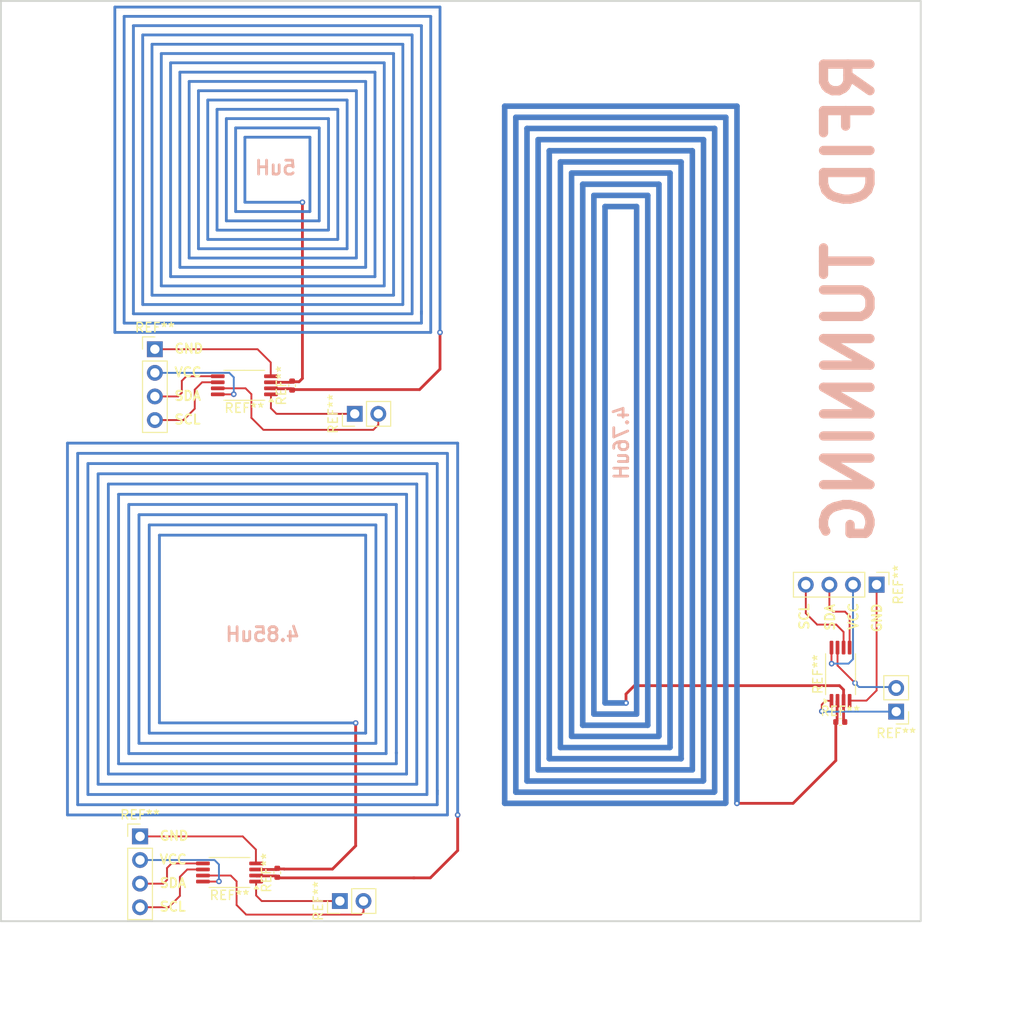
<source format=kicad_pcb>
(kicad_pcb (version 20240108) (generator "pcbnew") (generator_version "8.0")
  (layers (0 "F.Cu" signal) (31 "B.Cu" signal) (34 "B.Paste" user) (35 "F.Paste" user) (36 "B.SilkS" user "B.Silkscreen") (37 "F.SilkS" user "F.Silkscreen") (38 "B.Mask" user) (39 "F.Mask" user) (44 "Edge.Cuts" user))
  (net 0 "")
  (footprint "Package_SO:TSSOP-8_4.4x3mm_P0.65mm" (layer "F.Cu") (at 153.36 130.97 90)
    (property "Reference" "REF**" (at 0 -2.45 90) (layer "F.SilkS"))
    (property "Value" "TSSOP-8_4.4x3mm_P0.65mm")
    (fp_line (start 0 -1.61) (end 2.2 -1.61) (stroke (width 0.12)) (layer "F.SilkS"))
    (fp_line (start 0 -1.61) (end -2.2 -1.61) (stroke (width 0.12)) (layer "F.SilkS"))
    (fp_line (start 0 1.61) (end 2.2 1.61) (stroke (width 0.12)) (layer "F.SilkS"))
    (fp_line (start 0 1.61) (end -2.2 1.61) (stroke (width 0.12)) (layer "F.SilkS"))
    (fp_poly (pts (xy -2.9 -1.435) (xy -3.14 -1.765) (xy -2.66 -1.765) (xy -2.9 -1.435)) (stroke (width 0.12)) (fill solid) (layer "F.SilkS"))
    (pad "1" smd roundrect (at -2.8625 -0.975 90) (size 1.475 0.4) (layers "F.Cu" "F.Paste" "F.Mask"))
    (pad "2" smd roundrect (at -2.8625 -0.325 90) (size 1.475 0.4) (layers "F.Cu" "F.Paste" "F.Mask"))
    (pad "3" smd roundrect (at -2.8625 0.325 90) (size 1.475 0.4) (layers "F.Cu" "F.Paste" "F.Mask"))
    (pad "4" smd roundrect (at -2.8625 0.975 90) (size 1.475 0.4) (layers "F.Cu" "F.Paste" "F.Mask"))
    (pad "5" smd roundrect (at 2.8625 0.975 90) (size 1.475 0.4) (layers "F.Cu" "F.Paste" "F.Mask"))
    (pad "6" smd roundrect (at 2.8625 0.325 90) (size 1.475 0.4) (layers "F.Cu" "F.Paste" "F.Mask"))
    (pad "7" smd roundrect (at 2.8625 -0.325 90) (size 1.475 0.4) (layers "F.Cu" "F.Paste" "F.Mask"))
    (pad "8" smd roundrect (at 2.8625 -0.975 90) (size 1.475 0.4) (layers "F.Cu" "F.Paste" "F.Mask"))
  )
  (footprint "Capacitor_SMD:C_0402_1005Metric" (layer "F.Cu") (at 94.33 99.92 90)
    (property "Reference" "REF**" (at 0 -1.16 90) (layer "F.SilkS"))
    (property "Value" "C_0402_1005Metric")
    (fp_line (start -0.107836 -0.36) (end 0.107836 -0.36) (stroke (width 0.12)) (layer "F.SilkS"))
    (fp_line (start -0.107836 0.36) (end 0.107836 0.36) (stroke (width 0.12)) (layer "F.SilkS"))
    (pad "1" smd roundrect (at -0.48 0 90) (size 0.56 0.62) (layers "F.Cu" "F.Paste" "F.Mask"))
    (pad "2" smd roundrect (at 0.48 0 90) (size 0.56 0.62) (layers "F.Cu" "F.Paste" "F.Mask"))
  )
  (footprint "Capacitor_SMD:C_0402_1005Metric" (layer "F.Cu") (at 153.33 136.11)
    (property "Reference" "REF**" (at 0 -1.16 360) (layer "F.SilkS"))
    (property "Value" "C_0402_1005Metric")
    (fp_line (start -0.107836 -0.36) (end 0.107836 -0.36) (stroke (width 0.12)) (layer "F.SilkS"))
    (fp_line (start -0.107836 0.36) (end 0.107836 0.36) (stroke (width 0.12)) (layer "F.SilkS"))
    (pad "1" smd roundrect (at -0.48 0) (size 0.56 0.62) (layers "F.Cu" "F.Paste" "F.Mask"))
    (pad "2" smd roundrect (at 0.48 0) (size 0.56 0.62) (layers "F.Cu" "F.Paste" "F.Mask"))
  )
  (footprint "Connector_PinHeader_2.54mm:PinHeader_1x04_P2.54mm_Vertical" (layer "F.Cu") (at 157.24 121.34 -90)
    (property "Reference" "REF**" (at 0 -2.33 90) (layer "F.SilkS"))
    (property "Value" "PinHeader_1x04_P2.54mm_Vertical")
    (fp_line (start -1.33 8.95) (end 1.33 8.95) (stroke (width 0.12)) (layer "F.SilkS"))
    (fp_line (start -1.33 1.27) (end -1.33 8.95) (stroke (width 0.12)) (layer "F.SilkS"))
    (fp_line (start -1.33 1.27) (end 1.33 1.27) (stroke (width 0.12)) (layer "F.SilkS"))
    (fp_line (start 1.33 1.27) (end 1.33 8.95) (stroke (width 0.12)) (layer "F.SilkS"))
    (fp_line (start -1.33 0) (end -1.33 -1.33) (stroke (width 0.12)) (layer "F.SilkS"))
    (fp_line (start -1.33 -1.33) (end 0 -1.33) (stroke (width 0.12)) (layer "F.SilkS"))
    (pad "1" thru_hole rect (at 0 0 270) (size 1.7 1.7) (drill 1) (layers "*.Cu" "*.Mask" "In1.Cu" "In2.Cu" "In3.Cu" "In4.Cu" "In5.Cu" "In6.Cu" "In7.Cu" "In8.Cu" "In9.Cu" "In10.Cu" "In11.Cu" "In12.Cu" "In13.Cu" "In14.Cu" "In15.Cu" "In16.Cu" "In17.Cu" "In18.Cu" "In19.Cu" "In20.Cu" "In21.Cu" "In22.Cu" "In23.Cu" "In24.Cu" "In25.Cu" "In26.Cu" "In27.Cu" "In28.Cu" "In29.Cu" "In30.Cu"))
    (pad "2" thru_hole oval (at 0 2.54 270) (size 1.7 1.7) (drill 1) (layers "*.Cu" "*.Mask" "In1.Cu" "In2.Cu" "In3.Cu" "In4.Cu" "In5.Cu" "In6.Cu" "In7.Cu" "In8.Cu" "In9.Cu" "In10.Cu" "In11.Cu" "In12.Cu" "In13.Cu" "In14.Cu" "In15.Cu" "In16.Cu" "In17.Cu" "In18.Cu" "In19.Cu" "In20.Cu" "In21.Cu" "In22.Cu" "In23.Cu" "In24.Cu" "In25.Cu" "In26.Cu" "In27.Cu" "In28.Cu" "In29.Cu" "In30.Cu"))
    (pad "3" thru_hole oval (at 0 5.08 270) (size 1.7 1.7) (drill 1) (layers "*.Cu" "*.Mask" "In1.Cu" "In2.Cu" "In3.Cu" "In4.Cu" "In5.Cu" "In6.Cu" "In7.Cu" "In8.Cu" "In9.Cu" "In10.Cu" "In11.Cu" "In12.Cu" "In13.Cu" "In14.Cu" "In15.Cu" "In16.Cu" "In17.Cu" "In18.Cu" "In19.Cu" "In20.Cu" "In21.Cu" "In22.Cu" "In23.Cu" "In24.Cu" "In25.Cu" "In26.Cu" "In27.Cu" "In28.Cu" "In29.Cu" "In30.Cu"))
    (pad "4" thru_hole oval (at 0 7.62 270) (size 1.7 1.7) (drill 1) (layers "*.Cu" "*.Mask" "In1.Cu" "In2.Cu" "In3.Cu" "In4.Cu" "In5.Cu" "In6.Cu" "In7.Cu" "In8.Cu" "In9.Cu" "In10.Cu" "In11.Cu" "In12.Cu" "In13.Cu" "In14.Cu" "In15.Cu" "In16.Cu" "In17.Cu" "In18.Cu" "In19.Cu" "In20.Cu" "In21.Cu" "In22.Cu" "In23.Cu" "In24.Cu" "In25.Cu" "In26.Cu" "In27.Cu" "In28.Cu" "In29.Cu" "In30.Cu"))
  )
  (footprint "Connector_PinHeader_2.54mm:PinHeader_1x04_P2.54mm_Vertical" (layer "F.Cu") (at 79.56 96.01)
    (property "Reference" "REF**" (at 0 -2.33 0) (layer "F.SilkS"))
    (property "Value" "PinHeader_1x04_P2.54mm_Vertical")
    (fp_line (start -1.33 -1.33) (end 0 -1.33) (stroke (width 0.12)) (layer "F.SilkS"))
    (fp_line (start -1.33 0) (end -1.33 -1.33) (stroke (width 0.12)) (layer "F.SilkS"))
    (fp_line (start -1.33 1.27) (end -1.33 8.95) (stroke (width 0.12)) (layer "F.SilkS"))
    (fp_line (start -1.33 1.27) (end 1.33 1.27) (stroke (width 0.12)) (layer "F.SilkS"))
    (fp_line (start -1.33 8.95) (end 1.33 8.95) (stroke (width 0.12)) (layer "F.SilkS"))
    (fp_line (start 1.33 1.27) (end 1.33 8.95) (stroke (width 0.12)) (layer "F.SilkS"))
    (pad "1" thru_hole rect (at 0 0) (size 1.7 1.7) (drill 1) (layers "*.Cu" "*.Mask" "In1.Cu" "In2.Cu" "In3.Cu" "In4.Cu" "In5.Cu" "In6.Cu" "In7.Cu" "In8.Cu" "In9.Cu" "In10.Cu" "In11.Cu" "In12.Cu" "In13.Cu" "In14.Cu" "In15.Cu" "In16.Cu" "In17.Cu" "In18.Cu" "In19.Cu" "In20.Cu" "In21.Cu" "In22.Cu" "In23.Cu" "In24.Cu" "In25.Cu" "In26.Cu" "In27.Cu" "In28.Cu" "In29.Cu" "In30.Cu"))
    (pad "2" thru_hole oval (at 0 2.54) (size 1.7 1.7) (drill 1) (layers "*.Cu" "*.Mask" "In1.Cu" "In2.Cu" "In3.Cu" "In4.Cu" "In5.Cu" "In6.Cu" "In7.Cu" "In8.Cu" "In9.Cu" "In10.Cu" "In11.Cu" "In12.Cu" "In13.Cu" "In14.Cu" "In15.Cu" "In16.Cu" "In17.Cu" "In18.Cu" "In19.Cu" "In20.Cu" "In21.Cu" "In22.Cu" "In23.Cu" "In24.Cu" "In25.Cu" "In26.Cu" "In27.Cu" "In28.Cu" "In29.Cu" "In30.Cu"))
    (pad "3" thru_hole oval (at 0 5.08) (size 1.7 1.7) (drill 1) (layers "*.Cu" "*.Mask" "In1.Cu" "In2.Cu" "In3.Cu" "In4.Cu" "In5.Cu" "In6.Cu" "In7.Cu" "In8.Cu" "In9.Cu" "In10.Cu" "In11.Cu" "In12.Cu" "In13.Cu" "In14.Cu" "In15.Cu" "In16.Cu" "In17.Cu" "In18.Cu" "In19.Cu" "In20.Cu" "In21.Cu" "In22.Cu" "In23.Cu" "In24.Cu" "In25.Cu" "In26.Cu" "In27.Cu" "In28.Cu" "In29.Cu" "In30.Cu"))
    (pad "4" thru_hole oval (at 0 7.62) (size 1.7 1.7) (drill 1) (layers "*.Cu" "*.Mask" "In1.Cu" "In2.Cu" "In3.Cu" "In4.Cu" "In5.Cu" "In6.Cu" "In7.Cu" "In8.Cu" "In9.Cu" "In10.Cu" "In11.Cu" "In12.Cu" "In13.Cu" "In14.Cu" "In15.Cu" "In16.Cu" "In17.Cu" "In18.Cu" "In19.Cu" "In20.Cu" "In21.Cu" "In22.Cu" "In23.Cu" "In24.Cu" "In25.Cu" "In26.Cu" "In27.Cu" "In28.Cu" "In29.Cu" "In30.Cu"))
  )
  (footprint "Package_SO:TSSOP-8_4.4x3mm_P0.65mm" (layer "F.Cu") (at 87.595 152.3 180)
    (property "Reference" "REF**" (at 0 -2.45 0) (layer "F.SilkS"))
    (property "Value" "TSSOP-8_4.4x3mm_P0.65mm")
    (fp_line (start 0 1.61) (end 2.2 1.61) (stroke (width 0.12)) (layer "F.SilkS"))
    (fp_line (start 0 1.61) (end -2.2 1.61) (stroke (width 0.12)) (layer "F.SilkS"))
    (fp_line (start 0 -1.61) (end 2.2 -1.61) (stroke (width 0.12)) (layer "F.SilkS"))
    (fp_line (start 0 -1.61) (end -2.2 -1.61) (stroke (width 0.12)) (layer "F.SilkS"))
    (fp_poly (pts (xy -2.9 -1.435) (xy -3.14 -1.765) (xy -2.66 -1.765) (xy -2.9 -1.435)) (stroke (width 0.12)) (fill solid) (layer "F.SilkS"))
    (pad "1" smd roundrect (at -2.8625 -0.975 180) (size 1.475 0.4) (layers "F.Cu" "F.Paste" "F.Mask"))
    (pad "2" smd roundrect (at -2.8625 -0.325 180) (size 1.475 0.4) (layers "F.Cu" "F.Paste" "F.Mask"))
    (pad "3" smd roundrect (at -2.8625 0.325 180) (size 1.475 0.4) (layers "F.Cu" "F.Paste" "F.Mask"))
    (pad "4" smd roundrect (at -2.8625 0.975 180) (size 1.475 0.4) (layers "F.Cu" "F.Paste" "F.Mask"))
    (pad "5" smd roundrect (at 2.8625 0.975 180) (size 1.475 0.4) (layers "F.Cu" "F.Paste" "F.Mask"))
    (pad "6" smd roundrect (at 2.8625 0.325 180) (size 1.475 0.4) (layers "F.Cu" "F.Paste" "F.Mask"))
    (pad "7" smd roundrect (at 2.8625 -0.325 180) (size 1.475 0.4) (layers "F.Cu" "F.Paste" "F.Mask"))
    (pad "8" smd roundrect (at 2.8625 -0.975 180) (size 1.475 0.4) (layers "F.Cu" "F.Paste" "F.Mask"))
  )
  (footprint "Connector_PinHeader_2.54mm:PinHeader_1x02_P2.54mm_Vertical" (layer "F.Cu") (at 101.07 102.96 90)
    (property "Reference" "REF**" (at 0 -2.33 90) (layer "F.SilkS"))
    (property "Value" "PinHeader_1x02_P2.54mm_Vertical")
    (fp_line (start -1.33 -1.33) (end 0 -1.33) (stroke (width 0.12)) (layer "F.SilkS"))
    (fp_line (start -1.33 0) (end -1.33 -1.33) (stroke (width 0.12)) (layer "F.SilkS"))
    (fp_line (start 1.33 1.27) (end 1.33 3.87) (stroke (width 0.12)) (layer "F.SilkS"))
    (fp_line (start -1.33 1.27) (end 1.33 1.27) (stroke (width 0.12)) (layer "F.SilkS"))
    (fp_line (start -1.33 1.27) (end -1.33 3.87) (stroke (width 0.12)) (layer "F.SilkS"))
    (fp_line (start -1.33 3.87) (end 1.33 3.87) (stroke (width 0.12)) (layer "F.SilkS"))
    (pad "1" thru_hole rect (at 0 0 90) (size 1.7 1.7) (drill 1) (layers "*.Cu" "*.Mask" "In1.Cu" "In2.Cu" "In3.Cu" "In4.Cu" "In5.Cu" "In6.Cu" "In7.Cu" "In8.Cu" "In9.Cu" "In10.Cu" "In11.Cu" "In12.Cu" "In13.Cu" "In14.Cu" "In15.Cu" "In16.Cu" "In17.Cu" "In18.Cu" "In19.Cu" "In20.Cu" "In21.Cu" "In22.Cu" "In23.Cu" "In24.Cu" "In25.Cu" "In26.Cu" "In27.Cu" "In28.Cu" "In29.Cu" "In30.Cu"))
    (pad "2" thru_hole oval (at 0 2.54 90) (size 1.7 1.7) (drill 1) (layers "*.Cu" "*.Mask" "In1.Cu" "In2.Cu" "In3.Cu" "In4.Cu" "In5.Cu" "In6.Cu" "In7.Cu" "In8.Cu" "In9.Cu" "In10.Cu" "In11.Cu" "In12.Cu" "In13.Cu" "In14.Cu" "In15.Cu" "In16.Cu" "In17.Cu" "In18.Cu" "In19.Cu" "In20.Cu" "In21.Cu" "In22.Cu" "In23.Cu" "In24.Cu" "In25.Cu" "In26.Cu" "In27.Cu" "In28.Cu" "In29.Cu" "In30.Cu"))
  )
  (footprint "" (layer "F.Cu") (at 157.24 121.34 -90)
    (property "Reference" "" (at 0 0 90) (layer "F.SilkS") (effects (font (size 1.27 1.27))))
    (property "Value" "")
    (pad "1" thru_hole rect (at 0 0 270) (size 1.7 1.7) (drill 1) (layers "*.Cu" "*.Mask" "In1.Cu" "In2.Cu" "In3.Cu" "In4.Cu" "In5.Cu" "In6.Cu" "In7.Cu" "In8.Cu" "In9.Cu" "In10.Cu" "In11.Cu" "In12.Cu" "In13.Cu" "In14.Cu" "In15.Cu" "In16.Cu" "In17.Cu" "In18.Cu" "In19.Cu" "In20.Cu" "In21.Cu" "In22.Cu" "In23.Cu" "In24.Cu" "In25.Cu" "In26.Cu" "In27.Cu" "In28.Cu" "In29.Cu" "In30.Cu"))
  )
  (footprint "Connector_PinHeader_2.54mm:PinHeader_1x02_P2.54mm_Vertical" (layer "F.Cu") (at 159.35 134.995 180)
    (property "Reference" "REF**" (at 0 -2.33 360) (layer "F.SilkS"))
    (property "Value" "PinHeader_1x02_P2.54mm_Vertical")
    (fp_line (start 1.33 1.27) (end 1.33 3.87) (stroke (width 0.12)) (layer "F.SilkS"))
    (fp_line (start -1.33 3.87) (end 1.33 3.87) (stroke (width 0.12)) (layer "F.SilkS"))
    (fp_line (start -1.33 1.27) (end 1.33 1.27) (stroke (width 0.12)) (layer "F.SilkS"))
    (fp_line (start -1.33 1.27) (end -1.33 3.87) (stroke (width 0.12)) (layer "F.SilkS"))
    (fp_line (start -1.33 0) (end -1.33 -1.33) (stroke (width 0.12)) (layer "F.SilkS"))
    (fp_line (start -1.33 -1.33) (end 0 -1.33) (stroke (width 0.12)) (layer "F.SilkS"))
    (pad "1" thru_hole rect (at 0 0 180) (size 1.7 1.7) (drill 1) (layers "*.Cu" "*.Mask" "In1.Cu" "In2.Cu" "In3.Cu" "In4.Cu" "In5.Cu" "In6.Cu" "In7.Cu" "In8.Cu" "In9.Cu" "In10.Cu" "In11.Cu" "In12.Cu" "In13.Cu" "In14.Cu" "In15.Cu" "In16.Cu" "In17.Cu" "In18.Cu" "In19.Cu" "In20.Cu" "In21.Cu" "In22.Cu" "In23.Cu" "In24.Cu" "In25.Cu" "In26.Cu" "In27.Cu" "In28.Cu" "In29.Cu" "In30.Cu"))
    (pad "2" thru_hole oval (at 0 2.54 180) (size 1.7 1.7) (drill 1) (layers "*.Cu" "*.Mask" "In1.Cu" "In2.Cu" "In3.Cu" "In4.Cu" "In5.Cu" "In6.Cu" "In7.Cu" "In8.Cu" "In9.Cu" "In10.Cu" "In11.Cu" "In12.Cu" "In13.Cu" "In14.Cu" "In15.Cu" "In16.Cu" "In17.Cu" "In18.Cu" "In19.Cu" "In20.Cu" "In21.Cu" "In22.Cu" "In23.Cu" "In24.Cu" "In25.Cu" "In26.Cu" "In27.Cu" "In28.Cu" "In29.Cu" "In30.Cu"))
  )
  (footprint "Connector_PinHeader_2.54mm:PinHeader_1x02_P2.54mm_Vertical" (layer "F.Cu") (at 99.475 155.37 90)
    (property "Reference" "REF**" (at 0 -2.33 90) (layer "F.SilkS"))
    (property "Value" "PinHeader_1x02_P2.54mm_Vertical")
    (fp_line (start -1.33 -1.33) (end 0 -1.33) (stroke (width 0.12)) (layer "F.SilkS"))
    (fp_line (start -1.33 0) (end -1.33 -1.33) (stroke (width 0.12)) (layer "F.SilkS"))
    (fp_line (start 1.33 1.27) (end 1.33 3.87) (stroke (width 0.12)) (layer "F.SilkS"))
    (fp_line (start -1.33 1.27) (end 1.33 1.27) (stroke (width 0.12)) (layer "F.SilkS"))
    (fp_line (start -1.33 1.27) (end -1.33 3.87) (stroke (width 0.12)) (layer "F.SilkS"))
    (fp_line (start -1.33 3.87) (end 1.33 3.87) (stroke (width 0.12)) (layer "F.SilkS"))
    (pad "1" thru_hole rect (at 0 0 90) (size 1.7 1.7) (drill 1) (layers "*.Cu" "*.Mask" "In1.Cu" "In2.Cu" "In3.Cu" "In4.Cu" "In5.Cu" "In6.Cu" "In7.Cu" "In8.Cu" "In9.Cu" "In10.Cu" "In11.Cu" "In12.Cu" "In13.Cu" "In14.Cu" "In15.Cu" "In16.Cu" "In17.Cu" "In18.Cu" "In19.Cu" "In20.Cu" "In21.Cu" "In22.Cu" "In23.Cu" "In24.Cu" "In25.Cu" "In26.Cu" "In27.Cu" "In28.Cu" "In29.Cu" "In30.Cu"))
    (pad "2" thru_hole oval (at 0 2.54 90) (size 1.7 1.7) (drill 1) (layers "*.Cu" "*.Mask" "In1.Cu" "In2.Cu" "In3.Cu" "In4.Cu" "In5.Cu" "In6.Cu" "In7.Cu" "In8.Cu" "In9.Cu" "In10.Cu" "In11.Cu" "In12.Cu" "In13.Cu" "In14.Cu" "In15.Cu" "In16.Cu" "In17.Cu" "In18.Cu" "In19.Cu" "In20.Cu" "In21.Cu" "In22.Cu" "In23.Cu" "In24.Cu" "In25.Cu" "In26.Cu" "In27.Cu" "In28.Cu" "In29.Cu" "In30.Cu"))
  )
  (footprint "Connector_PinHeader_2.54mm:PinHeader_1x04_P2.54mm_Vertical" (layer "F.Cu") (at 77.965 148.42)
    (property "Reference" "REF**" (at 0 -2.33 0) (layer "F.SilkS"))
    (property "Value" "PinHeader_1x04_P2.54mm_Vertical")
    (fp_line (start -1.33 -1.33) (end 0 -1.33) (stroke (width 0.12)) (layer "F.SilkS"))
    (fp_line (start -1.33 0) (end -1.33 -1.33) (stroke (width 0.12)) (layer "F.SilkS"))
    (fp_line (start -1.33 1.27) (end -1.33 8.95) (stroke (width 0.12)) (layer "F.SilkS"))
    (fp_line (start -1.33 1.27) (end 1.33 1.27) (stroke (width 0.12)) (layer "F.SilkS"))
    (fp_line (start -1.33 8.95) (end 1.33 8.95) (stroke (width 0.12)) (layer "F.SilkS"))
    (fp_line (start 1.33 1.27) (end 1.33 8.95) (stroke (width 0.12)) (layer "F.SilkS"))
    (pad "1" thru_hole rect (at 0 0) (size 1.7 1.7) (drill 1) (layers "*.Cu" "*.Mask" "In1.Cu" "In2.Cu" "In3.Cu" "In4.Cu" "In5.Cu" "In6.Cu" "In7.Cu" "In8.Cu" "In9.Cu" "In10.Cu" "In11.Cu" "In12.Cu" "In13.Cu" "In14.Cu" "In15.Cu" "In16.Cu" "In17.Cu" "In18.Cu" "In19.Cu" "In20.Cu" "In21.Cu" "In22.Cu" "In23.Cu" "In24.Cu" "In25.Cu" "In26.Cu" "In27.Cu" "In28.Cu" "In29.Cu" "In30.Cu"))
    (pad "2" thru_hole oval (at 0 2.54) (size 1.7 1.7) (drill 1) (layers "*.Cu" "*.Mask" "In1.Cu" "In2.Cu" "In3.Cu" "In4.Cu" "In5.Cu" "In6.Cu" "In7.Cu" "In8.Cu" "In9.Cu" "In10.Cu" "In11.Cu" "In12.Cu" "In13.Cu" "In14.Cu" "In15.Cu" "In16.Cu" "In17.Cu" "In18.Cu" "In19.Cu" "In20.Cu" "In21.Cu" "In22.Cu" "In23.Cu" "In24.Cu" "In25.Cu" "In26.Cu" "In27.Cu" "In28.Cu" "In29.Cu" "In30.Cu"))
    (pad "3" thru_hole oval (at 0 5.08) (size 1.7 1.7) (drill 1) (layers "*.Cu" "*.Mask" "In1.Cu" "In2.Cu" "In3.Cu" "In4.Cu" "In5.Cu" "In6.Cu" "In7.Cu" "In8.Cu" "In9.Cu" "In10.Cu" "In11.Cu" "In12.Cu" "In13.Cu" "In14.Cu" "In15.Cu" "In16.Cu" "In17.Cu" "In18.Cu" "In19.Cu" "In20.Cu" "In21.Cu" "In22.Cu" "In23.Cu" "In24.Cu" "In25.Cu" "In26.Cu" "In27.Cu" "In28.Cu" "In29.Cu" "In30.Cu"))
    (pad "4" thru_hole oval (at 0 7.62) (size 1.7 1.7) (drill 1) (layers "*.Cu" "*.Mask" "In1.Cu" "In2.Cu" "In3.Cu" "In4.Cu" "In5.Cu" "In6.Cu" "In7.Cu" "In8.Cu" "In9.Cu" "In10.Cu" "In11.Cu" "In12.Cu" "In13.Cu" "In14.Cu" "In15.Cu" "In16.Cu" "In17.Cu" "In18.Cu" "In19.Cu" "In20.Cu" "In21.Cu" "In22.Cu" "In23.Cu" "In24.Cu" "In25.Cu" "In26.Cu" "In27.Cu" "In28.Cu" "In29.Cu" "In30.Cu"))
  )
  (footprint "" (layer "F.Cu") (at 77.965 148.42)
    (property "Reference" "" (at 0 0 0) (layer "F.SilkS") (effects (font (size 1.27 1.27))))
    (property "Value" "")
    (pad "1" thru_hole rect (at 0 0) (size 1.7 1.7) (drill 1) (layers "*.Cu" "*.Mask" "In1.Cu" "In2.Cu" "In3.Cu" "In4.Cu" "In5.Cu" "In6.Cu" "In7.Cu" "In8.Cu" "In9.Cu" "In10.Cu" "In11.Cu" "In12.Cu" "In13.Cu" "In14.Cu" "In15.Cu" "In16.Cu" "In17.Cu" "In18.Cu" "In19.Cu" "In20.Cu" "In21.Cu" "In22.Cu" "In23.Cu" "In24.Cu" "In25.Cu" "In26.Cu" "In27.Cu" "In28.Cu" "In29.Cu" "In30.Cu"))
  )
  (footprint "Package_SO:TSSOP-8_4.4x3mm_P0.65mm" (layer "F.Cu") (at 89.19 99.89 180)
    (property "Reference" "REF**" (at 0 -2.45 360) (layer "F.SilkS"))
    (property "Value" "TSSOP-8_4.4x3mm_P0.65mm")
    (fp_line (start 0 1.61) (end 2.2 1.61) (stroke (width 0.12)) (layer "F.SilkS"))
    (fp_line (start 0 1.61) (end -2.2 1.61) (stroke (width 0.12)) (layer "F.SilkS"))
    (fp_line (start 0 -1.61) (end 2.2 -1.61) (stroke (width 0.12)) (layer "F.SilkS"))
    (fp_line (start 0 -1.61) (end -2.2 -1.61) (stroke (width 0.12)) (layer "F.SilkS"))
    (fp_poly (pts (xy -2.9 -1.435) (xy -3.14 -1.765) (xy -2.66 -1.765) (xy -2.9 -1.435)) (stroke (width 0.12)) (fill solid) (layer "F.SilkS"))
    (pad "1" smd roundrect (at -2.8625 -0.975 180) (size 1.475 0.4) (layers "F.Cu" "F.Paste" "F.Mask"))
    (pad "2" smd roundrect (at -2.8625 -0.325 180) (size 1.475 0.4) (layers "F.Cu" "F.Paste" "F.Mask"))
    (pad "3" smd roundrect (at -2.8625 0.325 180) (size 1.475 0.4) (layers "F.Cu" "F.Paste" "F.Mask"))
    (pad "4" smd roundrect (at -2.8625 0.975 180) (size 1.475 0.4) (layers "F.Cu" "F.Paste" "F.Mask"))
    (pad "5" smd roundrect (at 2.8625 0.975 180) (size 1.475 0.4) (layers "F.Cu" "F.Paste" "F.Mask"))
    (pad "6" smd roundrect (at 2.8625 0.325 180) (size 1.475 0.4) (layers "F.Cu" "F.Paste" "F.Mask"))
    (pad "7" smd roundrect (at 2.8625 -0.325 180) (size 1.475 0.4) (layers "F.Cu" "F.Paste" "F.Mask"))
    (pad "8" smd roundrect (at 2.8625 -0.975 180) (size 1.475 0.4) (layers "F.Cu" "F.Paste" "F.Mask"))
  )
  (footprint "Capacitor_SMD:C_0402_1005Metric" (layer "F.Cu") (at 92.735 152.33 90)
    (property "Reference" "REF**" (at 0 -1.16 90) (layer "F.SilkS"))
    (property "Value" "C_0402_1005Metric")
    (fp_line (start -0.107836 -0.36) (end 0.107836 -0.36) (stroke (width 0.12)) (layer "F.SilkS"))
    (fp_line (start -0.107836 0.36) (end 0.107836 0.36) (stroke (width 0.12)) (layer "F.SilkS"))
    (pad "1" smd roundrect (at -0.48 0 90) (size 0.56 0.62) (layers "F.Cu" "F.Paste" "F.Mask"))
    (pad "2" smd roundrect (at 0.48 0 90) (size 0.56 0.62) (layers "F.Cu" "F.Paste" "F.Mask"))
  )
  (gr_rect (start 62.99 58.54) (end 161.99 157.54) (stroke (width 0.2)) (fill none) (layer "Edge.Cuts"))
  (gr_text "5uH" (at 94.92 77.37 -0) (layer "B.SilkS") (effects (font (size 1.5 1.5) (thickness 0.3) (bold yes)) (justify left bottom mirror)))
  (gr_text "RFID TUNNING" (at 157.19 63.49 90) (layer "B.SilkS") (effects (font (size 5 5) (thickness 1)) (justify left bottom mirror)))
  (gr_text "4.76uH\n" (at 130.65 101.89 90) (layer "B.SilkS") (effects (font (size 1.5 1.5) (thickness 0.3) (bold yes)) (justify left bottom mirror)))
  (gr_text "4.85uH\n" (at 95.32 127.56 -0) (layer "B.SilkS") (effects (font (size 1.5 1.5) (thickness 0.3) (bold yes)) (justify left bottom mirror)))
  (gr_text "SCL" (at 150.04 126.3 90) (layer "F.SilkS") (effects (font (size 1 1) (thickness 0.2) (bold yes)) (justify left bottom)))
  (gr_text "VCC\n" (at 81.56 99.07 0) (layer "F.SilkS") (effects (font (size 1 1) (thickness 0.2) (bold yes)) (justify left bottom)))
  (gr_text "GND" (at 157.86 126.57 90) (layer "F.SilkS") (effects (font (size 1 1) (thickness 0.2) (bold yes)) (justify left bottom)))
  (gr_text "GND" (at 81.56 96.53 0) (layer "F.SilkS") (effects (font (size 1 1) (thickness 0.2) (bold yes)) (justify left bottom)))
  (gr_text "GND" (at 79.965 148.94 0) (layer "F.SilkS") (effects (font (size 1 1) (thickness 0.2) (bold yes)) (justify left bottom)))
  (gr_text "SDA\n" (at 152.81 126.39 90) (layer "F.SilkS") (effects (font (size 1 1) (thickness 0.2) (bold yes)) (justify left bottom)))
  (gr_text "SDA\n" (at 79.965 154.02 0) (layer "F.SilkS") (effects (font (size 1 1) (thickness 0.2) (bold yes)) (justify left bottom)))
  (gr_text "SCL" (at 81.56 104.15 0) (layer "F.SilkS") (effects (font (size 1 1) (thickness 0.2) (bold yes)) (justify left bottom)))
  (gr_text "VCC\n" (at 79.965 151.48 0) (layer "F.SilkS") (effects (font (size 1 1) (thickness 0.2) (bold yes)) (justify left bottom)))
  (gr_text "SDA\n" (at 81.56 101.61 0) (layer "F.SilkS") (effects (font (size 1 1) (thickness 0.2) (bold yes)) (justify left bottom)))
  (gr_text "VCC\n" (at 155.33 126.3 90) (layer "F.SilkS") (effects (font (size 1 1) (thickness 0.2) (bold yes)) (justify left bottom)))
  (gr_text "SCL" (at 79.965 156.56 0) (layer "F.SilkS") (effects (font (size 1 1) (thickness 0.2) (bold yes)) (justify left bottom)))
  (segment (start 92.03 98.8925) (end 92.0525 98.915) (width 0.2) (layer "F.Cu") (net 0))
  (segment (start 94.38 100.35) (end 108.05 100.35) (width 0.3) (layer "F.Cu") (net 0))
  (segment (start 92.83 152.88) (end 107.51 152.88) (width 0.3) (layer "F.Cu") (net 0))
  (segment (start 82.955 98.915) (end 82.46 99.41) (width 0.2) (layer "F.Cu") (net 0))
  (segment (start 87.72 152.625) (end 88.355 153.26) (width 0.2) (layer "F.Cu") (net 0))
  (segment (start 93.465 151.92) (end 92.805 151.92) (width 0.3) (layer "F.Cu") (net 0))
  (segment (start 90.5025 152.67) (end 92.595 152.67) (width 0.3) (layer "F.Cu") (net 0))
  (segment (start 88.355 153.26) (end 88.355 155.8) (width 0.2) (layer "F.Cu") (net 0))
  (segment (start 86.3275 99.565) (end 84.645 99.565) (width 0.2) (layer "F.Cu") (net 0))
  (segment (start 93.485 151.92) (end 93.495 151.93) (width 0.3) (layer "F.Cu") (net 0))
  (segment (start 92.805 151.92) (end 92.735 151.85) (width 0.2) (layer "F.Cu") (net 0))
  (segment (start 90.4575 154.77) (end 90.4575 153.275) (width 0.2) (layer "F.Cu") (net 0))
  (segment (start 92.61 151.975) (end 92.735 151.85) (width 0.2) (layer "F.Cu") (net 0))
  (segment (start 82.46 100.69) (end 82.06 101.09) (width 0.2) (layer "F.Cu") (net 0))
  (segment (start 80.865 151.82) (end 80.865 153.1) (width 0.2) (layer "F.Cu") (net 0))
  (segment (start 84.7325 151.975) (end 83.05 151.975) (width 0.2) (layer "F.Cu") (net 0))
  (segment (start 83.05 151.975) (end 82.255 152.77) (width 0.2) (layer "F.Cu") (net 0))
  (segment (start 86.44 153.275) (end 86.455 153.26) (width 0.2) (layer "F.Cu") (net 0))
  (segment (start 89.015 148.42) (end 90.435 149.84) (width 0.2) (layer "F.Cu") (net 0))
  (segment (start 149.62 124.41) (end 149.62 121.34) (width 0.2) (layer "F.Cu") (net 0))
  (segment (start 82.255 154.82) (end 81.035 156.04) (width 0.2) (layer "F.Cu") (net 0))
  (segment (start 98.675 151.93) (end 101.025 149.58) (width 0.3) (layer "F.Cu") (net 0))
  (segment (start 95.08 99.51) (end 95.44 99.15) (width 0.3) (layer "F.Cu") (net 0))
  (segment (start 148.25 144.86) (end 142.21 144.86) (width 0.3) (layer "F.Cu") (net 0))
  (segment (start 89.95 103.39) (end 91.24 104.68) (width 0.2) (layer "F.Cu") (net 0))
  (segment (start 153.685 132.645) (end 153.24 132.2) (width 0.3) (layer "F.Cu") (net 0))
  (segment (start 79.56 96.01) (end 90.61 96.01) (width 0.2) (layer "F.Cu") (net 0))
  (segment (start 131.17 132.2) (end 130.27 133.1) (width 0.3) (layer "F.Cu") (net 0))
  (segment (start 86.3275 98.915) (end 82.955 98.915) (width 0.2) (layer "F.Cu") (net 0))
  (segment (start 152.16 123.84) (end 152.16 121.34) (width 0.2) (layer "F.Cu") (net 0))
  (segment (start 110.25 98.15) (end 110.25 94.2) (width 0.3) (layer "F.Cu") (net 0))
  (segment (start 154.335 124.735) (end 153.84 124.24) (width 0.2) (layer "F.Cu") (net 0))
  (segment (start 92.595 152.67) (end 92.735 152.81) (width 0.3) (layer "F.Cu") (net 0))
  (segment (start 107.36 152.88) (end 109.21 152.88) (width 0.3) (layer "F.Cu") (net 0))
  (segment (start 92.6525 102.96) (end 92.0525 102.36) (width 0.2) (layer "F.Cu") (net 0))
  (segment (start 103.61 104.14) (end 103.61 102.96) (width 0.2) (layer "F.Cu") (net 0))
  (segment (start 152.385 128.1075) (end 152.385 129.815) (width 0.2) (layer "F.Cu") (net 0))
  (segment (start 94.33 100.4) (end 94.38 100.35) (width 0.3) (layer "F.Cu") (net 0))
  (segment (start 94.19 100.26) (end 94.33 100.4) (width 0.3) (layer "F.Cu") (net 0))
  (segment (start 153.685 126.425) (end 152.89 125.63) (width 0.2) (layer "F.Cu") (net 0))
  (segment (start 152.385 129.815) (end 152.4 129.83) (width 0.2) (layer "F.Cu") (net 0))
  (segment (start 89.385 156.83) (end 101.735 156.83) (width 0.2) (layer "F.Cu") (net 0))
  (segment (start 82.63 103.63) (end 79.56 103.63) (width 0.2) (layer "F.Cu") (net 0))
  (segment (start 156.15 133.81) (end 154.3575 133.81) (width 0.2) (layer "F.Cu") (net 0))
  (segment (start 153.685 128.1075) (end 153.685 126.425) (width 0.2) (layer "F.Cu") (net 0))
  (segment (start 108.05 100.35) (end 110.25 98.15) (width 0.3) (layer "F.Cu") (net 0))
  (segment (start 101.17 149.435) (end 101.17 136.22) (width 0.3) (layer "F.Cu") (net 0))
  (segment (start 153.035 130.035) (end 154.92 131.92) (width 0.2) (layer "F.Cu") (net 0))
  (segment (start 92.0525 102.36) (end 92.0525 100.865) (width 0.2) (layer "F.Cu") (net 0))
  (segment (start 112.15 149.94) (end 112.15 146.11) (width 0.3) (layer "F.Cu") (net 0))
  (segment (start 88.355 155.8) (end 89.385 156.83) (width 0.2) (layer "F.Cu") (net 0))
  (segment (start 157.24 121.34) (end 157.24 132.72) (width 0.2) (layer "F.Cu") (net 0))
  (segment (start 82.46 99.41) (end 82.46 100.69) (width 0.2) (layer "F.Cu") (net 0))
  (segment (start 95.06 99.51) (end 94.4 99.51) (width 0.3) (layer "F.Cu") (net 0))
  (segment (start 151.7475 133.8325) (end 152.385 133.8325) (width 0.2) (layer "F.Cu") (net 0))
  (segment (start 77.965 148.42) (end 89.015 148.42) (width 0.2) (layer "F.Cu") (net 0))
  (segment (start 91.0575 155.37) (end 90.4575 154.77) (width 0.2) (layer "F.Cu") (net 0))
  (segment (start 84.7325 152.625) (end 87.72 152.625) (width 0.2) (layer "F.Cu") (net 0))
  (segment (start 91.24 104.68) (end 103.07 104.68) (width 0.2) (layer "F.Cu") (net 0))
  (segment (start 90.61 96.01) (end 92.03 97.43) (width 0.2) (layer "F.Cu") (net 0))
  (segment (start 153.685 133.8325) (end 153.685 135.985) (width 0.3) (layer "F.Cu") (net 0))
  (segment (start 90.435 149.84) (end 90.435 151.3025) (width 0.2) (layer "F.Cu") (net 0))
  (segment (start 152.56 124.24) (end 152.16 123.84) (width 0.2) (layer "F.Cu") (net 0))
  (segment (start 80.465 153.5) (end 77.965 153.5) (width 0.2) (layer "F.Cu") (net 0))
  (segment (start 82.255 152.77) (end 82.255 154.82) (width 0.2) (layer "F.Cu") (net 0))
  (segment (start 88.035 100.865) (end 88.05 100.85) (width 0.2) (layer "F.Cu") (net 0))
  (segment (start 94.4 99.51) (end 94.33 99.44) (width 0.2) (layer "F.Cu") (net 0))
  (segment (start 152.89 125.63) (end 150.84 125.63) (width 0.2) (layer "F.Cu") (net 0))
  (segment (start 153.84 124.24) (end 152.56 124.24) (width 0.2) (layer "F.Cu") (net 0))
  (segment (start 92.0525 100.215) (end 92.0975 100.26) (width 0.3) (layer "F.Cu") (net 0))
  (segment (start 99.475 155.37) (end 91.0575 155.37) (width 0.2) (layer "F.Cu") (net 0))
  (segment (start 103.07 104.68) (end 103.61 104.14) (width 0.2) (layer "F.Cu") (net 0))
  (segment (start 82.06 101.09) (end 79.56 101.09) (width 0.2) (layer "F.Cu") (net 0))
  (segment (start 92.735 152.81) (end 92.785 152.76) (width 0.3) (layer "F.Cu") (net 0))
  (segment (start 83.85 100.36) (end 83.85 102.41) (width 0.2) (layer "F.Cu") (net 0))
  (segment (start 90.435 151.3025) (end 90.4575 151.325) (width 0.2) (layer "F.Cu") (net 0))
  (segment (start 101.07 102.96) (end 92.6525 102.96) (width 0.2) (layer "F.Cu") (net 0))
  (segment (start 154.3575 133.81) (end 154.335 133.8325) (width 0.2) (layer "F.Cu") (net 0))
  (segment (start 101.735 156.83) (end 102.015 156.55) (width 0.2) (layer "F.Cu") (net 0))
  (segment (start 150.84 125.63) (end 149.62 124.41) (width 0.2) (layer "F.Cu") (net 0))
  (segment (start 153.035 128.1075) (end 153.035 130.035) (width 0.2) (layer "F.Cu") (net 0))
  (segment (start 94.205 99.565) (end 94.33 99.44) (width 0.2) (layer "F.Cu") (net 0))
  (segment (start 92.0975 100.26) (end 94.19 100.26) (width 0.3) (layer "F.Cu") (net 0))
  (segment (start 151.34 134.96) (end 151.34 134.24) (width 0.2) (layer "F.Cu") (net 0))
  (segment (start 152.99 133.8775) (end 152.99 135.97) (width 0.3) (layer "F.Cu") (net 0))
  (segment (start 153.24 132.2) (end 131.17 132.2) (width 0.3) (layer "F.Cu") (net 0))
  (segment (start 86.3275 100.215) (end 89.315 100.215) (width 0.2) (layer "F.Cu") (net 0))
  (segment (start 90.4575 151.975) (end 92.61 151.975) (width 0.3) (layer "F.Cu") (net 0))
  (segment (start 89.315 100.215) (end 89.95 100.85) (width 0.2) (layer "F.Cu") (net 0))
  (segment (start 81.36 151.325) (end 80.865 151.82) (width 0.2) (layer "F.Cu") (net 0))
  (segment (start 130.27 133.1) (end 130.27 134.06) (width 0.3) (layer "F.Cu") (net 0))
  (segment (start 84.7325 153.275) (end 86.44 153.275) (width 0.2) (layer "F.Cu") (net 0))
  (segment (start 152.85 136.11) (end 152.85 140.26) (width 0.3) (layer "F.Cu") (net 0))
  (segment (start 152.85 140.26) (end 148.25 144.86) (width 0.3) (layer "F.Cu") (net 0))
  (segment (start 90.4575 152.625) (end 90.5025 152.67) (width 0.3) (layer "F.Cu") (net 0))
  (segment (start 93.465 151.92) (end 93.485 151.92) (width 0.2) (layer "F.Cu") (net 0))
  (segment (start 84.645 99.565) (end 83.85 100.36) (width 0.2) (layer "F.Cu") (net 0))
  (segment (start 152.99 135.97) (end 152.85 136.11) (width 0.3) (layer "F.Cu") (net 0))
  (segment (start 80.865 153.1) (end 80.465 153.5) (width 0.2) (layer "F.Cu") (net 0))
  (segment (start 83.85 102.41) (end 82.63 103.63) (width 0.2) (layer "F.Cu") (net 0))
  (segment (start 95.44 80.2) (end 95.44 99.15) (width 0.3) (layer "F.Cu") (net 0))
  (segment (start 157.24 132.72) (end 156.15 133.81) (width 0.2) (layer "F.Cu") (net 0))
  (segment (start 86.3275 100.865) (end 88.035 100.865) (width 0.2) (layer "F.Cu") (net 0))
  (segment (start 95.06 99.51) (end 95.08 99.51) (width 0.2) (layer "F.Cu") (net 0))
  (segment (start 151.34 134.24) (end 151.7475 133.8325) (width 0.2) (layer "F.Cu") (net 0))
  (segment (start 92.0525 99.565) (end 94.205 99.565) (width 0.3) (layer "F.Cu") (net 0))
  (segment (start 154.335 128.1075) (end 154.335 124.735) (width 0.2) (layer "F.Cu") (net 0))
  (segment (start 153.035 133.8325) (end 152.99 133.8775) (width 0.3) (layer "F.Cu") (net 0))
  (segment (start 153.685 135.985) (end 153.81 136.11) (width 0.2) (layer "F.Cu") (net 0))
  (segment (start 81.035 156.04) (end 77.965 156.04) (width 0.2) (layer "F.Cu") (net 0))
  (segment (start 84.7325 151.325) (end 81.36 151.325) (width 0.2) (layer "F.Cu") (net 0))
  (segment (start 101.025 149.58) (end 101.17 149.435) (width 0.3) (layer "F.Cu") (net 0))
  (segment (start 89.95 100.85) (end 89.95 103.39) (width 0.2) (layer "F.Cu") (net 0))
  (segment (start 109.21 152.88) (end 112.15 149.94) (width 0.3) (layer "F.Cu") (net 0))
  (segment (start 102.015 156.55) (end 102.015 155.37) (width 0.2) (layer "F.Cu") (net 0))
  (segment (start 92.03 97.43) (end 92.03 98.8925) (width 0.2) (layer "F.Cu") (net 0))
  (segment (start 93.495 151.93) (end 98.675 151.93) (width 0.3) (layer "F.Cu") (net 0))
  (segment (start 153.685 133.8325) (end 153.685 132.645) (width 0.3) (layer "F.Cu") (net 0))
  (via (at 88.05 100.85) (size 0.6) (drill 0.3) (layers "F.Cu" "B.Cu") (net 0))
  (via (at 95.44 80.2) (size 0.6) (drill 0.3) (layers "F.Cu" "B.Cu") (net 0))
  (via (at 154.92 131.92) (size 0.6) (drill 0.3) (layers "F.Cu" "B.Cu") (net 0))
  (via (at 142.21 144.86) (size 0.6) (drill 0.3) (layers "F.Cu" "B.Cu") (net 0))
  (via (at 101.17 136.22) (size 0.6) (drill 0.3) (layers "F.Cu" "B.Cu") (net 0))
  (via (at 130.27 134.06) (size 0.6) (drill 0.3) (layers "F.Cu" "B.Cu") (net 0))
  (via (at 112.15 146.11) (size 0.6) (drill 0.3) (layers "F.Cu" "B.Cu") (net 0))
  (via (at 152.4 129.83) (size 0.6) (drill 0.3) (layers "F.Cu" "B.Cu") (net 0))
  (via (at 86.455 153.26) (size 0.6) (drill 0.3) (layers "F.Cu" "B.Cu") (net 0))
  (via (at 110.25 94.2) (size 0.6) (drill 0.3) (layers "F.Cu" "B.Cu") (net 0))
  (via (at 151.34 134.96) (size 0.6) (drill 0.3) (layers "F.Cu" "B.Cu") (net 0))
  (segment (start 142.21 144.86) (end 142.21 69.86) (width 0.6) (layer "B.Cu") (net 0))
  (segment (start 77.85 113.81) (end 77.85 138.41) (width 0.3) (layer "B.Cu") (net 0))
  (segment (start 138.61 142.42) (end 138.61 73.46) (width 0.6) (layer "B.Cu") (net 0))
  (segment (start 110.25 59.2) (end 75.25 59.2) (width 0.3) (layer "B.Cu") (net 0))
  (segment (start 118.41 143.66) (end 139.75 143.66) (width 0.6) (layer "B.Cu") (net 0))
  (segment (start 119.61 72.26) (end 119.61 142.46) (width 0.6) (layer "B.Cu") (net 0))
  (segment (start 131.41 80.66) (end 128.01 80.66) (width 0.6) (layer "B.Cu") (net 0))
  (segment (start 133.81 137.62) (end 133.81 78.26) (width 0.6) (layer "B.Cu") (net 0))
  (segment (start 76.25 60.2) (end 76.25 93.2) (width 0.3) (layer "B.Cu") (net 0))
  (segment (start 105.55 139.51) (end 105.55 139.39) (width 0.3) (layer "B.Cu") (net 0))
  (segment (start 103.35 138.41) (end 103.35 114.91) (width 0.3) (layer "B.Cu") (net 0))
  (segment (start 98.25 71.2) (end 87.25 71.2) (width 0.3) (layer "B.Cu") (net 0))
  (segment (start 128.01 134.06) (end 130.27 134.06) (width 0.6) (layer "B.Cu") (net 0))
  (segment (start 104.25 89.2) (end 104.25 65.2) (width 0.3) (layer "B.Cu") (net 0))
  (segment (start 78.25 62.2) (end 78.25 91.2) (width 0.3) (layer "B.Cu") (net 0))
  (segment (start 108.25 92.2) (end 108.25 91.95) (width 0.3) (layer "B.Cu") (net 0))
  (segment (start 139.75 143.66) (end 139.81 143.6) (width 0.6) (layer "B.Cu") (net 0))
  (segment (start 105.55 112.71) (end 76.75 112.71) (width 0.3) (layer "B.Cu") (net 0))
  (segment (start 138.61 73.46) (end 120.81 73.46) (width 0.6) (layer "B.Cu") (net 0))
  (segment (start 109.25 94.2) (end 109.25 60.2) (width 0.3) (layer "B.Cu") (net 0))
  (segment (start 106.25 91.2) (end 106.25 63.2) (width 0.3) (layer "B.Cu") (net 0))
  (segment (start 107.25 92.2) (end 107.25 62.2) (width 0.3) (layer "B.Cu") (net 0))
  (segment (start 140.96 144.86) (end 141.01 144.81) (width 0.6) (layer "B.Cu") (net 0))
  (segment (start 85.975 150.96) (end 77.965 150.96) (width 0.2) (layer "B.Cu") (net 0))
  (segment (start 126.81 79.46) (end 126.81 135.26) (width 0.6) (layer "B.Cu") (net 0))
  (segment (start 137.41 74.66) (end 122.01 74.66) (width 0.6) (layer "B.Cu") (net 0))
  (segment (start 107.75 142.81) (end 107.75 110.51) (width 0.3) (layer "B.Cu") (net 0))
  (segment (start 120.81 73.46) (end 120.81 141.26) (width 0.6) (layer "B.Cu") (net 0))
  (segment (start 70.15 106.11) (end 70.15 146.11) (width 0.3) (layer "B.Cu") (net 0))
  (segment (start 97.25 82.2) (end 97.25 72.2) (width 0.3) (layer "B.Cu") (net 0))
  (segment (start 76.25 93.2) (end 108.25 93.2) (width 0.3) (layer "B.Cu") (net 0))
  (segment (start 88.25 72.2) (end 88.25 81.2) (width 0.3) (layer "B.Cu") (net 0))
  (segment (start 87.25 71.2) (end 87.25 82.2) (width 0.3) (layer "B.Cu") (net 0))
  (segment (start 82.25 87.2) (end 102.25 87.2) (width 0.3) (layer "B.Cu") (net 0))
  (segment (start 120.81 141.26) (end 137.41 141.26) (width 0.6) (layer "B.Cu") (net 0))
  (segment (start 99.25 70.2) (end 86.25 70.2) (width 0.3) (layer "B.Cu") (net 0))
  (segment (start 70.15 146.11) (end 111.05 146.11) (width 0.3) (layer "B.Cu") (net 0))
  (segment (start 122.01 74.66) (end 122.01 140.06) (width 0.6) (layer "B.Cu") (net 0))
  (segment (start 86.25 83.2) (end 98.22 83.2) (width 0.3) (layer "B.Cu") (net 0))
  (segment (start 80.05 116.01) (end 80.05 136.21) (width 0.3) (layer "B.Cu") (net 0))
  (segment (start 112.15 146.11) (end 112.15 106.11) (width 0.3) (layer "B.Cu") (net 0))
  (segment (start 109.95 143.48) (end 109.95 108.31) (width 0.3) (layer "B.Cu") (net 0))
  (segment (start 86.455 151.44) (end 85.975 150.96) (width 0.2) (layer "B.Cu") (net 0))
  (segment (start 101.25 68.2) (end 84.25 68.2) (width 0.3) (layer "B.Cu") (net 0))
  (segment (start 86.455 153.26) (end 86.455 151.44) (width 0.2) (layer "B.Cu") (net 0))
  (segment (start 74.55 141.71) (end 106.65 141.71) (width 0.3) (layer "B.Cu") (net 0))
  (segment (start 80.25 64.2) (end 80.25 89.2) (width 0.3) (layer "B.Cu") (net 0))
  (segment (start 82.25 66.2) (end 82.25 87.2) (width 0.3) (layer "B.Cu") (net 0))
  (segment (start 139.81 143.6) (end 139.81 72.26) (width 0.6) (layer "B.Cu") (net 0))
  (segment (start 141.01 71.06) (end 118.41 71.06) (width 0.6) (layer "B.Cu") (net 0))
  (segment (start 104.45 113.81) (end 77.85 113.81) (width 0.3) (layer "B.Cu") (net 0))
  (segment (start 101.16 136.21) (end 101.17 136.22) (width 0.3) (layer "B.Cu") (net 0))
  (segment (start 128.01 80.66) (end 128.01 134.06) (width 0.6) (layer "B.Cu") (net 0))
  (segment (start 135.01 77.06) (end 124.41 77.06) (width 0.6) (layer "B.Cu") (net 0))
  (segment (start 152.4 129.83) (end 154.22 129.83) (width 0.2) (layer "B.Cu") (net 0))
  (segment (start 132.61 136.46) (end 132.61 79.46) (width 0.6) (layer "B.Cu") (net 0))
  (segment (start 76.75 139.51) (end 104.45 139.51) (width 0.3) (layer "B.Cu") (net 0))
  (segment (start 123.21 138.86) (end 134.98 138.86) (width 0.6) (layer "B.Cu") (net 0))
  (segment (start 131.41 135.26) (end 131.41 80.66) (width 0.6) (layer "B.Cu") (net 0))
  (segment (start 125.61 136.46) (end 132.61 136.46) (width 0.6) (layer "B.Cu") (net 0))
  (segment (start 84.25 85.2) (end 100.25 85.2) (width 0.3) (layer "B.Cu") (net 0))
  (segment (start 85.25 84.2) (end 99.23 84.2) (width 0.3) (layer "B.Cu") (net 0))
  (segment (start 103.35 114.91) (end 78.95 114.91) (width 0.3) (layer "B.Cu") (net 0))
  (segment (start 73.45 142.81) (end 107.75 142.81) (width 0.3) (layer "B.Cu") (net 0))
  (segment (start 123.21 75.86) (end 123.21 138.86) (width 0.6) (layer "B.Cu") (net 0))
  (segment (start 96.25 73.2) (end 89.25 73.2) (width 0.3) (layer "B.Cu") (net 0))
  (segment (start 71.25 107.21) (end 71.25 145.01) (width 0.3) (layer "B.Cu") (net 0))
  (segment (start 151.34 134.96) (end 151.375 134.995) (width 0.2) (layer "B.Cu") (net 0))
  (segment (start 79.25 90.2) (end 105.25 90.2) (width 0.3) (layer "B.Cu") (net 0))
  (segment (start 78.95 114.91) (end 78.95 137.31) (width 0.3) (layer "B.Cu") (net 0))
  (segment (start 87.25 82.2) (end 97.25 82.2) (width 0.3) (layer "B.Cu") (net 0))
  (segment (start 77.25 92.2) (end 107.25 92.2) (width 0.3) (layer "B.Cu") (net 0))
  (segment (start 105.25 90.2) (end 105.25 64.2) (width 0.3) (layer "B.Cu") (net 0))
  (segment (start 77.85 138.41) (end 103.35 138.41) (width 0.3) (layer "B.Cu") (net 0))
  (segment (start 137.41 141.26) (end 137.41 74.66) (width 0.6) (layer "B.Cu") (net 0))
  (segment (start 134.98 138.86) (end 135.01 138.83) (width 0.6) (layer "B.Cu") (net 0))
  (segment (start 107.75 110.51) (end 74.55 110.51) (width 0.3) (layer "B.Cu") (net 0))
  (segment (start 111.05 107.21) (end 71.25 107.21) (width 0.3) (layer "B.Cu") (net 0))
  (segment (start 109.95 108.31) (end 72.35 108.31) (width 0.3) (layer "B.Cu") (net 0))
  (segment (start 78.95 137.31) (end 102.24 137.31) (width 0.3) (layer "B.Cu") (net 0))
  (segment (start 88.25 81.2) (end 96.23 81.2) (width 0.3) (layer "B.Cu") (net 0))
  (segment (start 102.25 67.2) (end 83.25 67.2) (width 0.3) (layer "B.Cu") (net 0))
  (segment (start 75.65 140.61) (end 105.55 140.61) (width 0.3) (layer "B.Cu") (net 0))
  (segment (start 72.35 108.31) (end 72.35 143.91) (width 0.3) (layer "B.Cu") (net 0))
  (segment (start 117.21 144.86) (end 140.96 144.86) (width 0.6) (layer "B.Cu") (net 0))
  (segment (start 89.25 80.2) (end 95.44 80.2) (width 0.3) (layer "B.Cu") (net 0))
  (segment (start 132.61 79.46) (end 126.81 79.46) (width 0.6) (layer "B.Cu") (net 0))
  (segment (start 98.22 83.2) (end 98.25 83.17) (width 0.3) (layer "B.Cu") (net 0))
  (segment (start 154.92 131.92) (end 155.35 132.35) (width 0.2) (layer "B.Cu") (net 0))
  (segment (start 119.61 142.46) (end 138.57 142.46) (width 0.6) (layer "B.Cu") (net 0))
  (segment (start 122.01 140.06) (end 136.19 140.06) (width 0.6) (layer "B.Cu") (net 0))
  (segment (start 136.2 75.86) (end 123.21 75.86) (width 0.6) (layer "B.Cu") (net 0))
  (segment (start 104.45 139.51) (end 104.45 113.81) (width 0.3) (layer "B.Cu") (net 0))
  (segment (start 74.55 110.51) (end 74.55 141.71) (width 0.3) (layer "B.Cu") (net 0))
  (segment (start 133.81 78.26) (end 125.61 78.26) (width 0.6) (layer "B.Cu") (net 0))
  (segment (start 97.25 72.2) (end 88.25 72.2) (width 0.3) (layer "B.Cu") (net 0))
  (segment (start 106.65 141.71) (end 106.65 111.61) (width 0.3) (layer "B.Cu") (net 0))
  (segment (start 142.21 69.86) (end 117.21 69.86) (width 0.6) (layer "B.Cu") (net 0))
  (segment (start 80.25 89.2) (end 104.25 89.2) (width 0.3) (layer "B.Cu") (net 0))
  (segment (start 78.25 91.2) (end 106.25 91.2) (width 0.3) (layer "B.Cu") (net 0))
  (segment (start 81.25 65.2) (end 81.25 88.2) (width 0.3) (layer "B.Cu") (net 0))
  (segment (start 154.22 129.83) (end 154.7 129.35) (width 0.2) (layer "B.Cu") (net 0))
  (segment (start 75.25 59.2) (end 75.25 94.2) (width 0.3) (layer "B.Cu") (net 0))
  (segment (start 136.2 140.05) (end 136.2 75.86) (width 0.6) (layer "B.Cu") (net 0))
  (segment (start 108.25 93.2) (end 108.25 91.95) (width 0.3) (layer "B.Cu") (net 0))
  (segment (start 101.25 86.2) (end 101.25 68.2) (width 0.3) (layer "B.Cu") (net 0))
  (segment (start 133.77 137.66) (end 133.81 137.62) (width 0.6) (layer "B.Cu") (net 0))
  (segment (start 105.55 140.61) (end 105.55 139.39) (width 0.3) (layer "B.Cu") (net 0))
  (segment (start 124.41 137.66) (end 133.77 137.66) (width 0.6) (layer "B.Cu") (net 0))
  (segment (start 87.57 98.55) (end 79.56 98.55) (width 0.2) (layer "B.Cu") (net 0))
  (segment (start 99.23 84.2) (end 99.25 84.18) (width 0.3) (layer "B.Cu") (net 0))
  (segment (start 138.57 142.46) (end 138.61 142.42) (width 0.6) (layer "B.Cu") (net 0))
  (segment (start 102.25 87.2) (end 102.25 67.2) (width 0.3) (layer "B.Cu") (net 0))
  (segment (start 105.25 64.2) (end 80.25 64.2) (width 0.3) (layer "B.Cu") (net 0))
  (segment (start 71.25 145.01) (end 109.95 145.01) (width 0.3) (layer "B.Cu") (net 0))
  (segment (start 108.25 61.2) (end 77.25 61.2) (width 0.3) (layer "B.Cu") (net 0))
  (segment (start 110.25 94.2) (end 110.25 59.2) (width 0.3) (layer "B.Cu") (net 0))
  (segment (start 83.25 67.2) (end 83.25 86.2) (width 0.3) (layer "B.Cu") (net 0))
  (segment (start 102.25 116.01) (end 80.05 116.01) (width 0.3) (layer "B.Cu") (net 0))
  (segment (start 108.25 91.95) (end 108.25 61.2) (width 0.3) (layer "B.Cu") (net 0))
  (segment (start 108.85 143.91) (end 108.85 109.41) (width 0.3) (layer "B.Cu") (net 0))
  (segment (start 100.25 85.2) (end 100.25 69.2) (width 0.3) (layer "B.Cu") (net 0))
  (segment (start 79.25 63.2) (end 79.25 90.2) (width 0.3) (layer "B.Cu") (net 0))
  (segment (start 118.41 71.06) (end 118.41 143.66) (width 0.6) (layer "B.Cu") (net 0))
  (segment (start 73.45 109.41) (end 73.45 142.81) (width 0.3) (layer "B.Cu") (net 0))
  (segment (start 136.19 140.06) (end 136.2 140.05) (width 0.6) (layer "B.Cu") (net 0))
  (segment (start 98.25 83.17) (end 98.25 71.2) (width 0.3) (layer "B.Cu") (net 0))
  (segment (start 124.41 77.06) (end 124.41 137.66) (width 0.6) (layer "B.Cu") (net 0))
  (segment (start 89.25 73.2) (end 89.25 80.2) (width 0.3) (layer "B.Cu") (net 0))
  (segment (start 85.25 69.2) (end 85.25 84.2) (width 0.3) (layer "B.Cu") (net 0))
  (segment (start 75.65 111.61) (end 75.65 140.61) (width 0.3) (layer "B.Cu") (net 0))
  (segment (start 75.25 94.2) (end 109.25 94.2) (width 0.3) (layer "B.Cu") (net 0))
  (segment (start 88.05 99.03) (end 87.57 98.55) (width 0.2) (layer "B.Cu") (net 0))
  (segment (start 80.05 136.21) (end 101.16 136.21) (width 0.3) (layer "B.Cu") (net 0))
  (segment (start 135.01 138.83) (end 135.01 77.06) (width 0.6) (layer "B.Cu") (net 0))
  (segment (start 103.25 88.2) (end 103.25 66.2) (width 0.3) (layer "B.Cu") (net 0))
  (segment (start 125.61 78.26) (end 125.61 136.46) (width 0.6) (layer "B.Cu") (net 0))
  (segment (start 104.25 65.2) (end 81.25 65.2) (width 0.3) (layer "B.Cu") (net 0))
  (segment (start 106.65 111.61) (end 75.65 111.61) (width 0.3) (layer "B.Cu") (net 0))
  (segment (start 155.35 132.35) (end 159.7 132.35) (width 0.2) (layer "B.Cu") (net 0))
  (segment (start 105.55 139.39) (end 105.55 112.71) (width 0.3) (layer "B.Cu") (net 0))
  (segment (start 154.7 129.35) (end 154.7 121.34) (width 0.2) (layer "B.Cu") (net 0))
  (segment (start 117.21 69.86) (end 117.21 144.86) (width 0.6) (layer "B.Cu") (net 0))
  (segment (start 141.01 144.81) (end 141.01 71.06) (width 0.6) (layer "B.Cu") (net 0))
  (segment (start 83.25 86.2) (end 101.25 86.2) (width 0.3) (layer "B.Cu") (net 0))
  (segment (start 96.25 81.18) (end 96.25 73.2) (width 0.3) (layer "B.Cu") (net 0))
  (segment (start 109.95 143.91) (end 109.95 143.48) (width 0.3) (layer "B.Cu") (net 0))
  (segment (start 108.85 109.41) (end 73.45 109.41) (width 0.3) (layer "B.Cu") (net 0))
  (segment (start 76.75 112.71) (end 76.75 139.51) (width 0.3) (layer "B.Cu") (net 0))
  (segment (start 84.25 68.2) (end 84.25 85.2) (width 0.3) (layer "B.Cu") (net 0))
  (segment (start 102.24 137.31) (end 102.25 137.3) (width 0.3) (layer "B.Cu") (net 0))
  (segment (start 111.05 146.11) (end 111.05 107.21) (width 0.3) (layer "B.Cu") (net 0))
  (segment (start 102.25 137.3) (end 102.25 116.01) (width 0.3) (layer "B.Cu") (net 0))
  (segment (start 99.25 84.18) (end 99.25 70.2) (width 0.3) (layer "B.Cu") (net 0))
  (segment (start 126.81 135.26) (end 131.41 135.26) (width 0.6) (layer "B.Cu") (net 0))
  (segment (start 109.25 60.2) (end 76.25 60.2) (width 0.3) (layer "B.Cu") (net 0))
  (segment (start 81.25 88.2) (end 103.25 88.2) (width 0.3) (layer "B.Cu") (net 0))
  (segment (start 106.25 63.2) (end 79.25 63.2) (width 0.3) (layer "B.Cu") (net 0))
  (segment (start 112.15 106.11) (end 70.15 106.11) (width 0.3) (layer "B.Cu") (net 0))
  (segment (start 100.25 69.2) (end 85.25 69.2) (width 0.3) (layer "B.Cu") (net 0))
  (segment (start 72.35 143.91) (end 108.85 143.91) (width 0.3) (layer "B.Cu") (net 0))
  (segment (start 151.375 134.995) (end 159.35 134.995) (width 0.2) (layer "B.Cu") (net 0))
  (segment (start 103.25 66.2) (end 82.25 66.2) (width 0.3) (layer "B.Cu") (net 0))
  (segment (start 77.25 61.2) (end 77.25 92.2) (width 0.3) (layer "B.Cu") (net 0))
  (segment (start 107.25 62.2) (end 78.25 62.2) (width 0.3) (layer "B.Cu") (net 0))
  (segment (start 86.25 70.2) (end 86.25 83.2) (width 0.3) (layer "B.Cu") (net 0))
  (segment (start 139.81 72.26) (end 119.61 72.26) (width 0.6) (layer "B.Cu") (net 0))
  (segment (start 109.95 145.01) (end 109.95 143.48) (width 0.3) (layer "B.Cu") (net 0))
  (segment (start 96.23 81.2) (end 96.25 81.18) (width 0.3) (layer "B.Cu") (net 0))
  (segment (start 88.05 100.85) (end 88.05 99.03) (width 0.2) (layer "B.Cu") (net 0))
)
</source>
